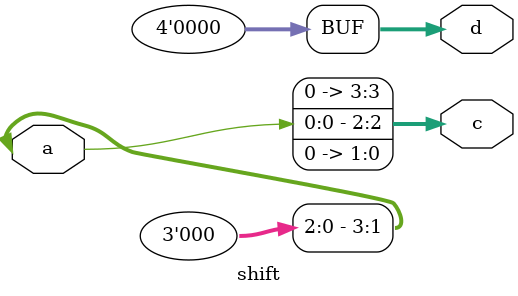
<source format=v>
module shift( input [3:0] a, output [3:0] c, output [3:0] d);
assign c = a << 2'b10;
assign d = a >> 2'b01;
assign d = a >>> 2'b11;
endmodule


</source>
